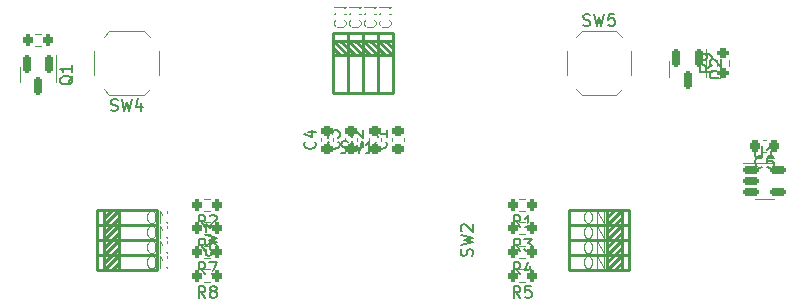
<source format=gbr>
%TF.GenerationSoftware,KiCad,Pcbnew,8.0.3*%
%TF.CreationDate,2025-07-14T16:25:52+02:00*%
%TF.ProjectId,Cmes,436d6573-2e6b-4696-9361-645f70636258,rev?*%
%TF.SameCoordinates,Original*%
%TF.FileFunction,Legend,Top*%
%TF.FilePolarity,Positive*%
%FSLAX46Y46*%
G04 Gerber Fmt 4.6, Leading zero omitted, Abs format (unit mm)*
G04 Created by KiCad (PCBNEW 8.0.3) date 2025-07-14 16:25:52*
%MOMM*%
%LPD*%
G01*
G04 APERTURE LIST*
G04 Aperture macros list*
%AMRoundRect*
0 Rectangle with rounded corners*
0 $1 Rounding radius*
0 $2 $3 $4 $5 $6 $7 $8 $9 X,Y pos of 4 corners*
0 Add a 4 corners polygon primitive as box body*
4,1,4,$2,$3,$4,$5,$6,$7,$8,$9,$2,$3,0*
0 Add four circle primitives for the rounded corners*
1,1,$1+$1,$2,$3*
1,1,$1+$1,$4,$5*
1,1,$1+$1,$6,$7*
1,1,$1+$1,$8,$9*
0 Add four rect primitives between the rounded corners*
20,1,$1+$1,$2,$3,$4,$5,0*
20,1,$1+$1,$4,$5,$6,$7,0*
20,1,$1+$1,$6,$7,$8,$9,0*
20,1,$1+$1,$8,$9,$2,$3,0*%
G04 Aperture macros list end*
%ADD10C,0.150000*%
%ADD11C,0.080000*%
%ADD12C,0.120000*%
%ADD13C,0.250000*%
%ADD14R,1.800000X1.100000*%
%ADD15RoundRect,0.200000X0.200000X0.275000X-0.200000X0.275000X-0.200000X-0.275000X0.200000X-0.275000X0*%
%ADD16RoundRect,0.150000X-0.512500X-0.150000X0.512500X-0.150000X0.512500X0.150000X-0.512500X0.150000X0*%
%ADD17RoundRect,0.225000X0.250000X-0.225000X0.250000X0.225000X-0.250000X0.225000X-0.250000X-0.225000X0*%
%ADD18R,1.500000X0.760000*%
%ADD19RoundRect,0.225000X0.225000X0.250000X-0.225000X0.250000X-0.225000X-0.250000X0.225000X-0.250000X0*%
%ADD20RoundRect,0.200000X0.275000X-0.200000X0.275000X0.200000X-0.275000X0.200000X-0.275000X-0.200000X0*%
%ADD21R,0.760000X1.500000*%
%ADD22RoundRect,0.150000X-0.150000X0.587500X-0.150000X-0.587500X0.150000X-0.587500X0.150000X0.587500X0*%
%ADD23R,1.700000X1.700000*%
%ADD24O,1.700000X1.700000*%
G04 APERTURE END LIST*
D10*
X103666667Y-81007200D02*
X103809524Y-81054819D01*
X103809524Y-81054819D02*
X104047619Y-81054819D01*
X104047619Y-81054819D02*
X104142857Y-81007200D01*
X104142857Y-81007200D02*
X104190476Y-80959580D01*
X104190476Y-80959580D02*
X104238095Y-80864342D01*
X104238095Y-80864342D02*
X104238095Y-80769104D01*
X104238095Y-80769104D02*
X104190476Y-80673866D01*
X104190476Y-80673866D02*
X104142857Y-80626247D01*
X104142857Y-80626247D02*
X104047619Y-80578628D01*
X104047619Y-80578628D02*
X103857143Y-80531009D01*
X103857143Y-80531009D02*
X103761905Y-80483390D01*
X103761905Y-80483390D02*
X103714286Y-80435771D01*
X103714286Y-80435771D02*
X103666667Y-80340533D01*
X103666667Y-80340533D02*
X103666667Y-80245295D01*
X103666667Y-80245295D02*
X103714286Y-80150057D01*
X103714286Y-80150057D02*
X103761905Y-80102438D01*
X103761905Y-80102438D02*
X103857143Y-80054819D01*
X103857143Y-80054819D02*
X104095238Y-80054819D01*
X104095238Y-80054819D02*
X104238095Y-80102438D01*
X104571429Y-80054819D02*
X104809524Y-81054819D01*
X104809524Y-81054819D02*
X105000000Y-80340533D01*
X105000000Y-80340533D02*
X105190476Y-81054819D01*
X105190476Y-81054819D02*
X105428572Y-80054819D01*
X106238095Y-80388152D02*
X106238095Y-81054819D01*
X106000000Y-80007200D02*
X105761905Y-80721485D01*
X105761905Y-80721485D02*
X106380952Y-80721485D01*
X138333333Y-92884819D02*
X138000000Y-92408628D01*
X137761905Y-92884819D02*
X137761905Y-91884819D01*
X137761905Y-91884819D02*
X138142857Y-91884819D01*
X138142857Y-91884819D02*
X138238095Y-91932438D01*
X138238095Y-91932438D02*
X138285714Y-91980057D01*
X138285714Y-91980057D02*
X138333333Y-92075295D01*
X138333333Y-92075295D02*
X138333333Y-92218152D01*
X138333333Y-92218152D02*
X138285714Y-92313390D01*
X138285714Y-92313390D02*
X138238095Y-92361009D01*
X138238095Y-92361009D02*
X138142857Y-92408628D01*
X138142857Y-92408628D02*
X137761905Y-92408628D01*
X138666667Y-91884819D02*
X139285714Y-91884819D01*
X139285714Y-91884819D02*
X138952381Y-92265771D01*
X138952381Y-92265771D02*
X139095238Y-92265771D01*
X139095238Y-92265771D02*
X139190476Y-92313390D01*
X139190476Y-92313390D02*
X139238095Y-92361009D01*
X139238095Y-92361009D02*
X139285714Y-92456247D01*
X139285714Y-92456247D02*
X139285714Y-92694342D01*
X139285714Y-92694342D02*
X139238095Y-92789580D01*
X139238095Y-92789580D02*
X139190476Y-92837200D01*
X139190476Y-92837200D02*
X139095238Y-92884819D01*
X139095238Y-92884819D02*
X138809524Y-92884819D01*
X138809524Y-92884819D02*
X138714286Y-92837200D01*
X138714286Y-92837200D02*
X138666667Y-92789580D01*
X138333333Y-94884819D02*
X138000000Y-94408628D01*
X137761905Y-94884819D02*
X137761905Y-93884819D01*
X137761905Y-93884819D02*
X138142857Y-93884819D01*
X138142857Y-93884819D02*
X138238095Y-93932438D01*
X138238095Y-93932438D02*
X138285714Y-93980057D01*
X138285714Y-93980057D02*
X138333333Y-94075295D01*
X138333333Y-94075295D02*
X138333333Y-94218152D01*
X138333333Y-94218152D02*
X138285714Y-94313390D01*
X138285714Y-94313390D02*
X138238095Y-94361009D01*
X138238095Y-94361009D02*
X138142857Y-94408628D01*
X138142857Y-94408628D02*
X137761905Y-94408628D01*
X139190476Y-94218152D02*
X139190476Y-94884819D01*
X138952381Y-93837200D02*
X138714286Y-94551485D01*
X138714286Y-94551485D02*
X139333333Y-94551485D01*
X158238095Y-84054819D02*
X158238095Y-84864342D01*
X158238095Y-84864342D02*
X158285714Y-84959580D01*
X158285714Y-84959580D02*
X158333333Y-85007200D01*
X158333333Y-85007200D02*
X158428571Y-85054819D01*
X158428571Y-85054819D02*
X158619047Y-85054819D01*
X158619047Y-85054819D02*
X158714285Y-85007200D01*
X158714285Y-85007200D02*
X158761904Y-84959580D01*
X158761904Y-84959580D02*
X158809523Y-84864342D01*
X158809523Y-84864342D02*
X158809523Y-84054819D01*
X159809523Y-85054819D02*
X159238095Y-85054819D01*
X159523809Y-85054819D02*
X159523809Y-84054819D01*
X159523809Y-84054819D02*
X159428571Y-84197676D01*
X159428571Y-84197676D02*
X159333333Y-84292914D01*
X159333333Y-84292914D02*
X159238095Y-84340533D01*
X120929580Y-83666666D02*
X120977200Y-83714285D01*
X120977200Y-83714285D02*
X121024819Y-83857142D01*
X121024819Y-83857142D02*
X121024819Y-83952380D01*
X121024819Y-83952380D02*
X120977200Y-84095237D01*
X120977200Y-84095237D02*
X120881961Y-84190475D01*
X120881961Y-84190475D02*
X120786723Y-84238094D01*
X120786723Y-84238094D02*
X120596247Y-84285713D01*
X120596247Y-84285713D02*
X120453390Y-84285713D01*
X120453390Y-84285713D02*
X120262914Y-84238094D01*
X120262914Y-84238094D02*
X120167676Y-84190475D01*
X120167676Y-84190475D02*
X120072438Y-84095237D01*
X120072438Y-84095237D02*
X120024819Y-83952380D01*
X120024819Y-83952380D02*
X120024819Y-83857142D01*
X120024819Y-83857142D02*
X120072438Y-83714285D01*
X120072438Y-83714285D02*
X120120057Y-83666666D01*
X120358152Y-82809523D02*
X121024819Y-82809523D01*
X119977200Y-83047618D02*
X120691485Y-83285713D01*
X120691485Y-83285713D02*
X120691485Y-82666666D01*
X111658333Y-94884819D02*
X111325000Y-94408628D01*
X111086905Y-94884819D02*
X111086905Y-93884819D01*
X111086905Y-93884819D02*
X111467857Y-93884819D01*
X111467857Y-93884819D02*
X111563095Y-93932438D01*
X111563095Y-93932438D02*
X111610714Y-93980057D01*
X111610714Y-93980057D02*
X111658333Y-94075295D01*
X111658333Y-94075295D02*
X111658333Y-94218152D01*
X111658333Y-94218152D02*
X111610714Y-94313390D01*
X111610714Y-94313390D02*
X111563095Y-94361009D01*
X111563095Y-94361009D02*
X111467857Y-94408628D01*
X111467857Y-94408628D02*
X111086905Y-94408628D01*
X111991667Y-93884819D02*
X112658333Y-93884819D01*
X112658333Y-93884819D02*
X112229762Y-94884819D01*
X122929580Y-83666666D02*
X122977200Y-83714285D01*
X122977200Y-83714285D02*
X123024819Y-83857142D01*
X123024819Y-83857142D02*
X123024819Y-83952380D01*
X123024819Y-83952380D02*
X122977200Y-84095237D01*
X122977200Y-84095237D02*
X122881961Y-84190475D01*
X122881961Y-84190475D02*
X122786723Y-84238094D01*
X122786723Y-84238094D02*
X122596247Y-84285713D01*
X122596247Y-84285713D02*
X122453390Y-84285713D01*
X122453390Y-84285713D02*
X122262914Y-84238094D01*
X122262914Y-84238094D02*
X122167676Y-84190475D01*
X122167676Y-84190475D02*
X122072438Y-84095237D01*
X122072438Y-84095237D02*
X122024819Y-83952380D01*
X122024819Y-83952380D02*
X122024819Y-83857142D01*
X122024819Y-83857142D02*
X122072438Y-83714285D01*
X122072438Y-83714285D02*
X122120057Y-83666666D01*
X122024819Y-83333332D02*
X122024819Y-82714285D01*
X122024819Y-82714285D02*
X122405771Y-83047618D01*
X122405771Y-83047618D02*
X122405771Y-82904761D01*
X122405771Y-82904761D02*
X122453390Y-82809523D01*
X122453390Y-82809523D02*
X122501009Y-82761904D01*
X122501009Y-82761904D02*
X122596247Y-82714285D01*
X122596247Y-82714285D02*
X122834342Y-82714285D01*
X122834342Y-82714285D02*
X122929580Y-82761904D01*
X122929580Y-82761904D02*
X122977200Y-82809523D01*
X122977200Y-82809523D02*
X123024819Y-82904761D01*
X123024819Y-82904761D02*
X123024819Y-83190475D01*
X123024819Y-83190475D02*
X122977200Y-83285713D01*
X122977200Y-83285713D02*
X122929580Y-83333332D01*
X112642200Y-93333332D02*
X112689819Y-93190475D01*
X112689819Y-93190475D02*
X112689819Y-92952380D01*
X112689819Y-92952380D02*
X112642200Y-92857142D01*
X112642200Y-92857142D02*
X112594580Y-92809523D01*
X112594580Y-92809523D02*
X112499342Y-92761904D01*
X112499342Y-92761904D02*
X112404104Y-92761904D01*
X112404104Y-92761904D02*
X112308866Y-92809523D01*
X112308866Y-92809523D02*
X112261247Y-92857142D01*
X112261247Y-92857142D02*
X112213628Y-92952380D01*
X112213628Y-92952380D02*
X112166009Y-93142856D01*
X112166009Y-93142856D02*
X112118390Y-93238094D01*
X112118390Y-93238094D02*
X112070771Y-93285713D01*
X112070771Y-93285713D02*
X111975533Y-93333332D01*
X111975533Y-93333332D02*
X111880295Y-93333332D01*
X111880295Y-93333332D02*
X111785057Y-93285713D01*
X111785057Y-93285713D02*
X111737438Y-93238094D01*
X111737438Y-93238094D02*
X111689819Y-93142856D01*
X111689819Y-93142856D02*
X111689819Y-92904761D01*
X111689819Y-92904761D02*
X111737438Y-92761904D01*
X111689819Y-92428570D02*
X112689819Y-92190475D01*
X112689819Y-92190475D02*
X111975533Y-91999999D01*
X111975533Y-91999999D02*
X112689819Y-91809523D01*
X112689819Y-91809523D02*
X111689819Y-91571428D01*
X111689819Y-91285713D02*
X111689819Y-90666666D01*
X111689819Y-90666666D02*
X112070771Y-90999999D01*
X112070771Y-90999999D02*
X112070771Y-90857142D01*
X112070771Y-90857142D02*
X112118390Y-90761904D01*
X112118390Y-90761904D02*
X112166009Y-90714285D01*
X112166009Y-90714285D02*
X112261247Y-90666666D01*
X112261247Y-90666666D02*
X112499342Y-90666666D01*
X112499342Y-90666666D02*
X112594580Y-90714285D01*
X112594580Y-90714285D02*
X112642200Y-90761904D01*
X112642200Y-90761904D02*
X112689819Y-90857142D01*
X112689819Y-90857142D02*
X112689819Y-91142856D01*
X112689819Y-91142856D02*
X112642200Y-91238094D01*
X112642200Y-91238094D02*
X112594580Y-91285713D01*
D11*
X107001202Y-92088459D02*
X107191678Y-92088459D01*
X107191678Y-92088459D02*
X107286916Y-92136078D01*
X107286916Y-92136078D02*
X107382154Y-92231316D01*
X107382154Y-92231316D02*
X107429773Y-92421792D01*
X107429773Y-92421792D02*
X107429773Y-92755125D01*
X107429773Y-92755125D02*
X107382154Y-92945601D01*
X107382154Y-92945601D02*
X107286916Y-93040840D01*
X107286916Y-93040840D02*
X107191678Y-93088459D01*
X107191678Y-93088459D02*
X107001202Y-93088459D01*
X107001202Y-93088459D02*
X106905964Y-93040840D01*
X106905964Y-93040840D02*
X106810726Y-92945601D01*
X106810726Y-92945601D02*
X106763107Y-92755125D01*
X106763107Y-92755125D02*
X106763107Y-92421792D01*
X106763107Y-92421792D02*
X106810726Y-92231316D01*
X106810726Y-92231316D02*
X106905964Y-92136078D01*
X106905964Y-92136078D02*
X107001202Y-92088459D01*
X107858345Y-93088459D02*
X107858345Y-92088459D01*
X107858345Y-92088459D02*
X108429773Y-93088459D01*
X108429773Y-93088459D02*
X108429773Y-92088459D01*
X107001202Y-90818459D02*
X107191678Y-90818459D01*
X107191678Y-90818459D02*
X107286916Y-90866078D01*
X107286916Y-90866078D02*
X107382154Y-90961316D01*
X107382154Y-90961316D02*
X107429773Y-91151792D01*
X107429773Y-91151792D02*
X107429773Y-91485125D01*
X107429773Y-91485125D02*
X107382154Y-91675601D01*
X107382154Y-91675601D02*
X107286916Y-91770840D01*
X107286916Y-91770840D02*
X107191678Y-91818459D01*
X107191678Y-91818459D02*
X107001202Y-91818459D01*
X107001202Y-91818459D02*
X106905964Y-91770840D01*
X106905964Y-91770840D02*
X106810726Y-91675601D01*
X106810726Y-91675601D02*
X106763107Y-91485125D01*
X106763107Y-91485125D02*
X106763107Y-91151792D01*
X106763107Y-91151792D02*
X106810726Y-90961316D01*
X106810726Y-90961316D02*
X106905964Y-90866078D01*
X106905964Y-90866078D02*
X107001202Y-90818459D01*
X107858345Y-91818459D02*
X107858345Y-90818459D01*
X107858345Y-90818459D02*
X108429773Y-91818459D01*
X108429773Y-91818459D02*
X108429773Y-90818459D01*
X107001202Y-89548459D02*
X107191678Y-89548459D01*
X107191678Y-89548459D02*
X107286916Y-89596078D01*
X107286916Y-89596078D02*
X107382154Y-89691316D01*
X107382154Y-89691316D02*
X107429773Y-89881792D01*
X107429773Y-89881792D02*
X107429773Y-90215125D01*
X107429773Y-90215125D02*
X107382154Y-90405601D01*
X107382154Y-90405601D02*
X107286916Y-90500840D01*
X107286916Y-90500840D02*
X107191678Y-90548459D01*
X107191678Y-90548459D02*
X107001202Y-90548459D01*
X107001202Y-90548459D02*
X106905964Y-90500840D01*
X106905964Y-90500840D02*
X106810726Y-90405601D01*
X106810726Y-90405601D02*
X106763107Y-90215125D01*
X106763107Y-90215125D02*
X106763107Y-89881792D01*
X106763107Y-89881792D02*
X106810726Y-89691316D01*
X106810726Y-89691316D02*
X106905964Y-89596078D01*
X106905964Y-89596078D02*
X107001202Y-89548459D01*
X107858345Y-90548459D02*
X107858345Y-89548459D01*
X107858345Y-89548459D02*
X108429773Y-90548459D01*
X108429773Y-90548459D02*
X108429773Y-89548459D01*
X107001202Y-93368459D02*
X107191678Y-93368459D01*
X107191678Y-93368459D02*
X107286916Y-93416078D01*
X107286916Y-93416078D02*
X107382154Y-93511316D01*
X107382154Y-93511316D02*
X107429773Y-93701792D01*
X107429773Y-93701792D02*
X107429773Y-94035125D01*
X107429773Y-94035125D02*
X107382154Y-94225601D01*
X107382154Y-94225601D02*
X107286916Y-94320840D01*
X107286916Y-94320840D02*
X107191678Y-94368459D01*
X107191678Y-94368459D02*
X107001202Y-94368459D01*
X107001202Y-94368459D02*
X106905964Y-94320840D01*
X106905964Y-94320840D02*
X106810726Y-94225601D01*
X106810726Y-94225601D02*
X106763107Y-94035125D01*
X106763107Y-94035125D02*
X106763107Y-93701792D01*
X106763107Y-93701792D02*
X106810726Y-93511316D01*
X106810726Y-93511316D02*
X106905964Y-93416078D01*
X106905964Y-93416078D02*
X107001202Y-93368459D01*
X107858345Y-94368459D02*
X107858345Y-93368459D01*
X107858345Y-93368459D02*
X108429773Y-94368459D01*
X108429773Y-94368459D02*
X108429773Y-93368459D01*
D10*
X158833333Y-85789580D02*
X158785714Y-85837200D01*
X158785714Y-85837200D02*
X158642857Y-85884819D01*
X158642857Y-85884819D02*
X158547619Y-85884819D01*
X158547619Y-85884819D02*
X158404762Y-85837200D01*
X158404762Y-85837200D02*
X158309524Y-85741961D01*
X158309524Y-85741961D02*
X158261905Y-85646723D01*
X158261905Y-85646723D02*
X158214286Y-85456247D01*
X158214286Y-85456247D02*
X158214286Y-85313390D01*
X158214286Y-85313390D02*
X158261905Y-85122914D01*
X158261905Y-85122914D02*
X158309524Y-85027676D01*
X158309524Y-85027676D02*
X158404762Y-84932438D01*
X158404762Y-84932438D02*
X158547619Y-84884819D01*
X158547619Y-84884819D02*
X158642857Y-84884819D01*
X158642857Y-84884819D02*
X158785714Y-84932438D01*
X158785714Y-84932438D02*
X158833333Y-84980057D01*
X159738095Y-84884819D02*
X159261905Y-84884819D01*
X159261905Y-84884819D02*
X159214286Y-85361009D01*
X159214286Y-85361009D02*
X159261905Y-85313390D01*
X159261905Y-85313390D02*
X159357143Y-85265771D01*
X159357143Y-85265771D02*
X159595238Y-85265771D01*
X159595238Y-85265771D02*
X159690476Y-85313390D01*
X159690476Y-85313390D02*
X159738095Y-85361009D01*
X159738095Y-85361009D02*
X159785714Y-85456247D01*
X159785714Y-85456247D02*
X159785714Y-85694342D01*
X159785714Y-85694342D02*
X159738095Y-85789580D01*
X159738095Y-85789580D02*
X159690476Y-85837200D01*
X159690476Y-85837200D02*
X159595238Y-85884819D01*
X159595238Y-85884819D02*
X159357143Y-85884819D01*
X159357143Y-85884819D02*
X159261905Y-85837200D01*
X159261905Y-85837200D02*
X159214286Y-85789580D01*
X154524819Y-77166666D02*
X154048628Y-77499999D01*
X154524819Y-77738094D02*
X153524819Y-77738094D01*
X153524819Y-77738094D02*
X153524819Y-77357142D01*
X153524819Y-77357142D02*
X153572438Y-77261904D01*
X153572438Y-77261904D02*
X153620057Y-77214285D01*
X153620057Y-77214285D02*
X153715295Y-77166666D01*
X153715295Y-77166666D02*
X153858152Y-77166666D01*
X153858152Y-77166666D02*
X153953390Y-77214285D01*
X153953390Y-77214285D02*
X154001009Y-77261904D01*
X154001009Y-77261904D02*
X154048628Y-77357142D01*
X154048628Y-77357142D02*
X154048628Y-77738094D01*
X154524819Y-76690475D02*
X154524819Y-76499999D01*
X154524819Y-76499999D02*
X154477200Y-76404761D01*
X154477200Y-76404761D02*
X154429580Y-76357142D01*
X154429580Y-76357142D02*
X154286723Y-76261904D01*
X154286723Y-76261904D02*
X154096247Y-76214285D01*
X154096247Y-76214285D02*
X153715295Y-76214285D01*
X153715295Y-76214285D02*
X153620057Y-76261904D01*
X153620057Y-76261904D02*
X153572438Y-76309523D01*
X153572438Y-76309523D02*
X153524819Y-76404761D01*
X153524819Y-76404761D02*
X153524819Y-76595237D01*
X153524819Y-76595237D02*
X153572438Y-76690475D01*
X153572438Y-76690475D02*
X153620057Y-76738094D01*
X153620057Y-76738094D02*
X153715295Y-76785713D01*
X153715295Y-76785713D02*
X153953390Y-76785713D01*
X153953390Y-76785713D02*
X154048628Y-76738094D01*
X154048628Y-76738094D02*
X154096247Y-76690475D01*
X154096247Y-76690475D02*
X154143866Y-76595237D01*
X154143866Y-76595237D02*
X154143866Y-76404761D01*
X154143866Y-76404761D02*
X154096247Y-76309523D01*
X154096247Y-76309523D02*
X154048628Y-76261904D01*
X154048628Y-76261904D02*
X153953390Y-76214285D01*
X126929580Y-83666666D02*
X126977200Y-83714285D01*
X126977200Y-83714285D02*
X127024819Y-83857142D01*
X127024819Y-83857142D02*
X127024819Y-83952380D01*
X127024819Y-83952380D02*
X126977200Y-84095237D01*
X126977200Y-84095237D02*
X126881961Y-84190475D01*
X126881961Y-84190475D02*
X126786723Y-84238094D01*
X126786723Y-84238094D02*
X126596247Y-84285713D01*
X126596247Y-84285713D02*
X126453390Y-84285713D01*
X126453390Y-84285713D02*
X126262914Y-84238094D01*
X126262914Y-84238094D02*
X126167676Y-84190475D01*
X126167676Y-84190475D02*
X126072438Y-84095237D01*
X126072438Y-84095237D02*
X126024819Y-83952380D01*
X126024819Y-83952380D02*
X126024819Y-83857142D01*
X126024819Y-83857142D02*
X126072438Y-83714285D01*
X126072438Y-83714285D02*
X126120057Y-83666666D01*
X127024819Y-82714285D02*
X127024819Y-83285713D01*
X127024819Y-82999999D02*
X126024819Y-82999999D01*
X126024819Y-82999999D02*
X126167676Y-83095237D01*
X126167676Y-83095237D02*
X126262914Y-83190475D01*
X126262914Y-83190475D02*
X126310533Y-83285713D01*
X111658333Y-90884819D02*
X111325000Y-90408628D01*
X111086905Y-90884819D02*
X111086905Y-89884819D01*
X111086905Y-89884819D02*
X111467857Y-89884819D01*
X111467857Y-89884819D02*
X111563095Y-89932438D01*
X111563095Y-89932438D02*
X111610714Y-89980057D01*
X111610714Y-89980057D02*
X111658333Y-90075295D01*
X111658333Y-90075295D02*
X111658333Y-90218152D01*
X111658333Y-90218152D02*
X111610714Y-90313390D01*
X111610714Y-90313390D02*
X111563095Y-90361009D01*
X111563095Y-90361009D02*
X111467857Y-90408628D01*
X111467857Y-90408628D02*
X111086905Y-90408628D01*
X112039286Y-89980057D02*
X112086905Y-89932438D01*
X112086905Y-89932438D02*
X112182143Y-89884819D01*
X112182143Y-89884819D02*
X112420238Y-89884819D01*
X112420238Y-89884819D02*
X112515476Y-89932438D01*
X112515476Y-89932438D02*
X112563095Y-89980057D01*
X112563095Y-89980057D02*
X112610714Y-90075295D01*
X112610714Y-90075295D02*
X112610714Y-90170533D01*
X112610714Y-90170533D02*
X112563095Y-90313390D01*
X112563095Y-90313390D02*
X111991667Y-90884819D01*
X111991667Y-90884819D02*
X112610714Y-90884819D01*
X138333333Y-96884819D02*
X138000000Y-96408628D01*
X137761905Y-96884819D02*
X137761905Y-95884819D01*
X137761905Y-95884819D02*
X138142857Y-95884819D01*
X138142857Y-95884819D02*
X138238095Y-95932438D01*
X138238095Y-95932438D02*
X138285714Y-95980057D01*
X138285714Y-95980057D02*
X138333333Y-96075295D01*
X138333333Y-96075295D02*
X138333333Y-96218152D01*
X138333333Y-96218152D02*
X138285714Y-96313390D01*
X138285714Y-96313390D02*
X138238095Y-96361009D01*
X138238095Y-96361009D02*
X138142857Y-96408628D01*
X138142857Y-96408628D02*
X137761905Y-96408628D01*
X139238095Y-95884819D02*
X138761905Y-95884819D01*
X138761905Y-95884819D02*
X138714286Y-96361009D01*
X138714286Y-96361009D02*
X138761905Y-96313390D01*
X138761905Y-96313390D02*
X138857143Y-96265771D01*
X138857143Y-96265771D02*
X139095238Y-96265771D01*
X139095238Y-96265771D02*
X139190476Y-96313390D01*
X139190476Y-96313390D02*
X139238095Y-96361009D01*
X139238095Y-96361009D02*
X139285714Y-96456247D01*
X139285714Y-96456247D02*
X139285714Y-96694342D01*
X139285714Y-96694342D02*
X139238095Y-96789580D01*
X139238095Y-96789580D02*
X139190476Y-96837200D01*
X139190476Y-96837200D02*
X139095238Y-96884819D01*
X139095238Y-96884819D02*
X138857143Y-96884819D01*
X138857143Y-96884819D02*
X138761905Y-96837200D01*
X138761905Y-96837200D02*
X138714286Y-96789580D01*
X123166667Y-84597200D02*
X123309524Y-84644819D01*
X123309524Y-84644819D02*
X123547619Y-84644819D01*
X123547619Y-84644819D02*
X123642857Y-84597200D01*
X123642857Y-84597200D02*
X123690476Y-84549580D01*
X123690476Y-84549580D02*
X123738095Y-84454342D01*
X123738095Y-84454342D02*
X123738095Y-84359104D01*
X123738095Y-84359104D02*
X123690476Y-84263866D01*
X123690476Y-84263866D02*
X123642857Y-84216247D01*
X123642857Y-84216247D02*
X123547619Y-84168628D01*
X123547619Y-84168628D02*
X123357143Y-84121009D01*
X123357143Y-84121009D02*
X123261905Y-84073390D01*
X123261905Y-84073390D02*
X123214286Y-84025771D01*
X123214286Y-84025771D02*
X123166667Y-83930533D01*
X123166667Y-83930533D02*
X123166667Y-83835295D01*
X123166667Y-83835295D02*
X123214286Y-83740057D01*
X123214286Y-83740057D02*
X123261905Y-83692438D01*
X123261905Y-83692438D02*
X123357143Y-83644819D01*
X123357143Y-83644819D02*
X123595238Y-83644819D01*
X123595238Y-83644819D02*
X123738095Y-83692438D01*
X124071429Y-83644819D02*
X124309524Y-84644819D01*
X124309524Y-84644819D02*
X124500000Y-83930533D01*
X124500000Y-83930533D02*
X124690476Y-84644819D01*
X124690476Y-84644819D02*
X124928572Y-83644819D01*
X125833333Y-84644819D02*
X125261905Y-84644819D01*
X125547619Y-84644819D02*
X125547619Y-83644819D01*
X125547619Y-83644819D02*
X125452381Y-83787676D01*
X125452381Y-83787676D02*
X125357143Y-83882914D01*
X125357143Y-83882914D02*
X125261905Y-83930533D01*
D11*
X125088459Y-73718797D02*
X125088459Y-73528321D01*
X125088459Y-73528321D02*
X125136078Y-73433083D01*
X125136078Y-73433083D02*
X125231316Y-73337845D01*
X125231316Y-73337845D02*
X125421792Y-73290226D01*
X125421792Y-73290226D02*
X125755125Y-73290226D01*
X125755125Y-73290226D02*
X125945601Y-73337845D01*
X125945601Y-73337845D02*
X126040840Y-73433083D01*
X126040840Y-73433083D02*
X126088459Y-73528321D01*
X126088459Y-73528321D02*
X126088459Y-73718797D01*
X126088459Y-73718797D02*
X126040840Y-73814035D01*
X126040840Y-73814035D02*
X125945601Y-73909273D01*
X125945601Y-73909273D02*
X125755125Y-73956892D01*
X125755125Y-73956892D02*
X125421792Y-73956892D01*
X125421792Y-73956892D02*
X125231316Y-73909273D01*
X125231316Y-73909273D02*
X125136078Y-73814035D01*
X125136078Y-73814035D02*
X125088459Y-73718797D01*
X126088459Y-72861654D02*
X125088459Y-72861654D01*
X125088459Y-72861654D02*
X126088459Y-72290226D01*
X126088459Y-72290226D02*
X125088459Y-72290226D01*
X122548459Y-73718797D02*
X122548459Y-73528321D01*
X122548459Y-73528321D02*
X122596078Y-73433083D01*
X122596078Y-73433083D02*
X122691316Y-73337845D01*
X122691316Y-73337845D02*
X122881792Y-73290226D01*
X122881792Y-73290226D02*
X123215125Y-73290226D01*
X123215125Y-73290226D02*
X123405601Y-73337845D01*
X123405601Y-73337845D02*
X123500840Y-73433083D01*
X123500840Y-73433083D02*
X123548459Y-73528321D01*
X123548459Y-73528321D02*
X123548459Y-73718797D01*
X123548459Y-73718797D02*
X123500840Y-73814035D01*
X123500840Y-73814035D02*
X123405601Y-73909273D01*
X123405601Y-73909273D02*
X123215125Y-73956892D01*
X123215125Y-73956892D02*
X122881792Y-73956892D01*
X122881792Y-73956892D02*
X122691316Y-73909273D01*
X122691316Y-73909273D02*
X122596078Y-73814035D01*
X122596078Y-73814035D02*
X122548459Y-73718797D01*
X123548459Y-72861654D02*
X122548459Y-72861654D01*
X122548459Y-72861654D02*
X123548459Y-72290226D01*
X123548459Y-72290226D02*
X122548459Y-72290226D01*
X126368459Y-73718797D02*
X126368459Y-73528321D01*
X126368459Y-73528321D02*
X126416078Y-73433083D01*
X126416078Y-73433083D02*
X126511316Y-73337845D01*
X126511316Y-73337845D02*
X126701792Y-73290226D01*
X126701792Y-73290226D02*
X127035125Y-73290226D01*
X127035125Y-73290226D02*
X127225601Y-73337845D01*
X127225601Y-73337845D02*
X127320840Y-73433083D01*
X127320840Y-73433083D02*
X127368459Y-73528321D01*
X127368459Y-73528321D02*
X127368459Y-73718797D01*
X127368459Y-73718797D02*
X127320840Y-73814035D01*
X127320840Y-73814035D02*
X127225601Y-73909273D01*
X127225601Y-73909273D02*
X127035125Y-73956892D01*
X127035125Y-73956892D02*
X126701792Y-73956892D01*
X126701792Y-73956892D02*
X126511316Y-73909273D01*
X126511316Y-73909273D02*
X126416078Y-73814035D01*
X126416078Y-73814035D02*
X126368459Y-73718797D01*
X127368459Y-72861654D02*
X126368459Y-72861654D01*
X126368459Y-72861654D02*
X127368459Y-72290226D01*
X127368459Y-72290226D02*
X126368459Y-72290226D01*
X123818459Y-73718797D02*
X123818459Y-73528321D01*
X123818459Y-73528321D02*
X123866078Y-73433083D01*
X123866078Y-73433083D02*
X123961316Y-73337845D01*
X123961316Y-73337845D02*
X124151792Y-73290226D01*
X124151792Y-73290226D02*
X124485125Y-73290226D01*
X124485125Y-73290226D02*
X124675601Y-73337845D01*
X124675601Y-73337845D02*
X124770840Y-73433083D01*
X124770840Y-73433083D02*
X124818459Y-73528321D01*
X124818459Y-73528321D02*
X124818459Y-73718797D01*
X124818459Y-73718797D02*
X124770840Y-73814035D01*
X124770840Y-73814035D02*
X124675601Y-73909273D01*
X124675601Y-73909273D02*
X124485125Y-73956892D01*
X124485125Y-73956892D02*
X124151792Y-73956892D01*
X124151792Y-73956892D02*
X123961316Y-73909273D01*
X123961316Y-73909273D02*
X123866078Y-73814035D01*
X123866078Y-73814035D02*
X123818459Y-73718797D01*
X124818459Y-72861654D02*
X123818459Y-72861654D01*
X123818459Y-72861654D02*
X124818459Y-72290226D01*
X124818459Y-72290226D02*
X123818459Y-72290226D01*
D10*
X138333333Y-90884819D02*
X138000000Y-90408628D01*
X137761905Y-90884819D02*
X137761905Y-89884819D01*
X137761905Y-89884819D02*
X138142857Y-89884819D01*
X138142857Y-89884819D02*
X138238095Y-89932438D01*
X138238095Y-89932438D02*
X138285714Y-89980057D01*
X138285714Y-89980057D02*
X138333333Y-90075295D01*
X138333333Y-90075295D02*
X138333333Y-90218152D01*
X138333333Y-90218152D02*
X138285714Y-90313390D01*
X138285714Y-90313390D02*
X138238095Y-90361009D01*
X138238095Y-90361009D02*
X138142857Y-90408628D01*
X138142857Y-90408628D02*
X137761905Y-90408628D01*
X139285714Y-90884819D02*
X138714286Y-90884819D01*
X139000000Y-90884819D02*
X139000000Y-89884819D01*
X139000000Y-89884819D02*
X138904762Y-90027676D01*
X138904762Y-90027676D02*
X138809524Y-90122914D01*
X138809524Y-90122914D02*
X138714286Y-90170533D01*
X134257200Y-93333332D02*
X134304819Y-93190475D01*
X134304819Y-93190475D02*
X134304819Y-92952380D01*
X134304819Y-92952380D02*
X134257200Y-92857142D01*
X134257200Y-92857142D02*
X134209580Y-92809523D01*
X134209580Y-92809523D02*
X134114342Y-92761904D01*
X134114342Y-92761904D02*
X134019104Y-92761904D01*
X134019104Y-92761904D02*
X133923866Y-92809523D01*
X133923866Y-92809523D02*
X133876247Y-92857142D01*
X133876247Y-92857142D02*
X133828628Y-92952380D01*
X133828628Y-92952380D02*
X133781009Y-93142856D01*
X133781009Y-93142856D02*
X133733390Y-93238094D01*
X133733390Y-93238094D02*
X133685771Y-93285713D01*
X133685771Y-93285713D02*
X133590533Y-93333332D01*
X133590533Y-93333332D02*
X133495295Y-93333332D01*
X133495295Y-93333332D02*
X133400057Y-93285713D01*
X133400057Y-93285713D02*
X133352438Y-93238094D01*
X133352438Y-93238094D02*
X133304819Y-93142856D01*
X133304819Y-93142856D02*
X133304819Y-92904761D01*
X133304819Y-92904761D02*
X133352438Y-92761904D01*
X133304819Y-92428570D02*
X134304819Y-92190475D01*
X134304819Y-92190475D02*
X133590533Y-91999999D01*
X133590533Y-91999999D02*
X134304819Y-91809523D01*
X134304819Y-91809523D02*
X133304819Y-91571428D01*
X133400057Y-91238094D02*
X133352438Y-91190475D01*
X133352438Y-91190475D02*
X133304819Y-91095237D01*
X133304819Y-91095237D02*
X133304819Y-90857142D01*
X133304819Y-90857142D02*
X133352438Y-90761904D01*
X133352438Y-90761904D02*
X133400057Y-90714285D01*
X133400057Y-90714285D02*
X133495295Y-90666666D01*
X133495295Y-90666666D02*
X133590533Y-90666666D01*
X133590533Y-90666666D02*
X133733390Y-90714285D01*
X133733390Y-90714285D02*
X134304819Y-91285713D01*
X134304819Y-91285713D02*
X134304819Y-90666666D01*
D11*
X143961202Y-90828459D02*
X144151678Y-90828459D01*
X144151678Y-90828459D02*
X144246916Y-90876078D01*
X144246916Y-90876078D02*
X144342154Y-90971316D01*
X144342154Y-90971316D02*
X144389773Y-91161792D01*
X144389773Y-91161792D02*
X144389773Y-91495125D01*
X144389773Y-91495125D02*
X144342154Y-91685601D01*
X144342154Y-91685601D02*
X144246916Y-91780840D01*
X144246916Y-91780840D02*
X144151678Y-91828459D01*
X144151678Y-91828459D02*
X143961202Y-91828459D01*
X143961202Y-91828459D02*
X143865964Y-91780840D01*
X143865964Y-91780840D02*
X143770726Y-91685601D01*
X143770726Y-91685601D02*
X143723107Y-91495125D01*
X143723107Y-91495125D02*
X143723107Y-91161792D01*
X143723107Y-91161792D02*
X143770726Y-90971316D01*
X143770726Y-90971316D02*
X143865964Y-90876078D01*
X143865964Y-90876078D02*
X143961202Y-90828459D01*
X144818345Y-91828459D02*
X144818345Y-90828459D01*
X144818345Y-90828459D02*
X145389773Y-91828459D01*
X145389773Y-91828459D02*
X145389773Y-90828459D01*
X143961202Y-89548459D02*
X144151678Y-89548459D01*
X144151678Y-89548459D02*
X144246916Y-89596078D01*
X144246916Y-89596078D02*
X144342154Y-89691316D01*
X144342154Y-89691316D02*
X144389773Y-89881792D01*
X144389773Y-89881792D02*
X144389773Y-90215125D01*
X144389773Y-90215125D02*
X144342154Y-90405601D01*
X144342154Y-90405601D02*
X144246916Y-90500840D01*
X144246916Y-90500840D02*
X144151678Y-90548459D01*
X144151678Y-90548459D02*
X143961202Y-90548459D01*
X143961202Y-90548459D02*
X143865964Y-90500840D01*
X143865964Y-90500840D02*
X143770726Y-90405601D01*
X143770726Y-90405601D02*
X143723107Y-90215125D01*
X143723107Y-90215125D02*
X143723107Y-89881792D01*
X143723107Y-89881792D02*
X143770726Y-89691316D01*
X143770726Y-89691316D02*
X143865964Y-89596078D01*
X143865964Y-89596078D02*
X143961202Y-89548459D01*
X144818345Y-90548459D02*
X144818345Y-89548459D01*
X144818345Y-89548459D02*
X145389773Y-90548459D01*
X145389773Y-90548459D02*
X145389773Y-89548459D01*
X143961202Y-92098459D02*
X144151678Y-92098459D01*
X144151678Y-92098459D02*
X144246916Y-92146078D01*
X144246916Y-92146078D02*
X144342154Y-92241316D01*
X144342154Y-92241316D02*
X144389773Y-92431792D01*
X144389773Y-92431792D02*
X144389773Y-92765125D01*
X144389773Y-92765125D02*
X144342154Y-92955601D01*
X144342154Y-92955601D02*
X144246916Y-93050840D01*
X144246916Y-93050840D02*
X144151678Y-93098459D01*
X144151678Y-93098459D02*
X143961202Y-93098459D01*
X143961202Y-93098459D02*
X143865964Y-93050840D01*
X143865964Y-93050840D02*
X143770726Y-92955601D01*
X143770726Y-92955601D02*
X143723107Y-92765125D01*
X143723107Y-92765125D02*
X143723107Y-92431792D01*
X143723107Y-92431792D02*
X143770726Y-92241316D01*
X143770726Y-92241316D02*
X143865964Y-92146078D01*
X143865964Y-92146078D02*
X143961202Y-92098459D01*
X144818345Y-93098459D02*
X144818345Y-92098459D01*
X144818345Y-92098459D02*
X145389773Y-93098459D01*
X145389773Y-93098459D02*
X145389773Y-92098459D01*
X143961202Y-93368459D02*
X144151678Y-93368459D01*
X144151678Y-93368459D02*
X144246916Y-93416078D01*
X144246916Y-93416078D02*
X144342154Y-93511316D01*
X144342154Y-93511316D02*
X144389773Y-93701792D01*
X144389773Y-93701792D02*
X144389773Y-94035125D01*
X144389773Y-94035125D02*
X144342154Y-94225601D01*
X144342154Y-94225601D02*
X144246916Y-94320840D01*
X144246916Y-94320840D02*
X144151678Y-94368459D01*
X144151678Y-94368459D02*
X143961202Y-94368459D01*
X143961202Y-94368459D02*
X143865964Y-94320840D01*
X143865964Y-94320840D02*
X143770726Y-94225601D01*
X143770726Y-94225601D02*
X143723107Y-94035125D01*
X143723107Y-94035125D02*
X143723107Y-93701792D01*
X143723107Y-93701792D02*
X143770726Y-93511316D01*
X143770726Y-93511316D02*
X143865964Y-93416078D01*
X143865964Y-93416078D02*
X143961202Y-93368459D01*
X144818345Y-94368459D02*
X144818345Y-93368459D01*
X144818345Y-93368459D02*
X145389773Y-94368459D01*
X145389773Y-94368459D02*
X145389773Y-93368459D01*
D10*
X143666667Y-73807200D02*
X143809524Y-73854819D01*
X143809524Y-73854819D02*
X144047619Y-73854819D01*
X144047619Y-73854819D02*
X144142857Y-73807200D01*
X144142857Y-73807200D02*
X144190476Y-73759580D01*
X144190476Y-73759580D02*
X144238095Y-73664342D01*
X144238095Y-73664342D02*
X144238095Y-73569104D01*
X144238095Y-73569104D02*
X144190476Y-73473866D01*
X144190476Y-73473866D02*
X144142857Y-73426247D01*
X144142857Y-73426247D02*
X144047619Y-73378628D01*
X144047619Y-73378628D02*
X143857143Y-73331009D01*
X143857143Y-73331009D02*
X143761905Y-73283390D01*
X143761905Y-73283390D02*
X143714286Y-73235771D01*
X143714286Y-73235771D02*
X143666667Y-73140533D01*
X143666667Y-73140533D02*
X143666667Y-73045295D01*
X143666667Y-73045295D02*
X143714286Y-72950057D01*
X143714286Y-72950057D02*
X143761905Y-72902438D01*
X143761905Y-72902438D02*
X143857143Y-72854819D01*
X143857143Y-72854819D02*
X144095238Y-72854819D01*
X144095238Y-72854819D02*
X144238095Y-72902438D01*
X144571429Y-72854819D02*
X144809524Y-73854819D01*
X144809524Y-73854819D02*
X145000000Y-73140533D01*
X145000000Y-73140533D02*
X145190476Y-73854819D01*
X145190476Y-73854819D02*
X145428572Y-72854819D01*
X146285714Y-72854819D02*
X145809524Y-72854819D01*
X145809524Y-72854819D02*
X145761905Y-73331009D01*
X145761905Y-73331009D02*
X145809524Y-73283390D01*
X145809524Y-73283390D02*
X145904762Y-73235771D01*
X145904762Y-73235771D02*
X146142857Y-73235771D01*
X146142857Y-73235771D02*
X146238095Y-73283390D01*
X146238095Y-73283390D02*
X146285714Y-73331009D01*
X146285714Y-73331009D02*
X146333333Y-73426247D01*
X146333333Y-73426247D02*
X146333333Y-73664342D01*
X146333333Y-73664342D02*
X146285714Y-73759580D01*
X146285714Y-73759580D02*
X146238095Y-73807200D01*
X146238095Y-73807200D02*
X146142857Y-73854819D01*
X146142857Y-73854819D02*
X145904762Y-73854819D01*
X145904762Y-73854819D02*
X145809524Y-73807200D01*
X145809524Y-73807200D02*
X145761905Y-73759580D01*
X155450057Y-77595238D02*
X155402438Y-77690476D01*
X155402438Y-77690476D02*
X155307200Y-77785714D01*
X155307200Y-77785714D02*
X155164342Y-77928571D01*
X155164342Y-77928571D02*
X155116723Y-78023809D01*
X155116723Y-78023809D02*
X155116723Y-78119047D01*
X155354819Y-78071428D02*
X155307200Y-78166666D01*
X155307200Y-78166666D02*
X155211961Y-78261904D01*
X155211961Y-78261904D02*
X155021485Y-78309523D01*
X155021485Y-78309523D02*
X154688152Y-78309523D01*
X154688152Y-78309523D02*
X154497676Y-78261904D01*
X154497676Y-78261904D02*
X154402438Y-78166666D01*
X154402438Y-78166666D02*
X154354819Y-78071428D01*
X154354819Y-78071428D02*
X154354819Y-77880952D01*
X154354819Y-77880952D02*
X154402438Y-77785714D01*
X154402438Y-77785714D02*
X154497676Y-77690476D01*
X154497676Y-77690476D02*
X154688152Y-77642857D01*
X154688152Y-77642857D02*
X155021485Y-77642857D01*
X155021485Y-77642857D02*
X155211961Y-77690476D01*
X155211961Y-77690476D02*
X155307200Y-77785714D01*
X155307200Y-77785714D02*
X155354819Y-77880952D01*
X155354819Y-77880952D02*
X155354819Y-78071428D01*
X154450057Y-77261904D02*
X154402438Y-77214285D01*
X154402438Y-77214285D02*
X154354819Y-77119047D01*
X154354819Y-77119047D02*
X154354819Y-76880952D01*
X154354819Y-76880952D02*
X154402438Y-76785714D01*
X154402438Y-76785714D02*
X154450057Y-76738095D01*
X154450057Y-76738095D02*
X154545295Y-76690476D01*
X154545295Y-76690476D02*
X154640533Y-76690476D01*
X154640533Y-76690476D02*
X154783390Y-76738095D01*
X154783390Y-76738095D02*
X155354819Y-77309523D01*
X155354819Y-77309523D02*
X155354819Y-76690476D01*
X111658333Y-96884819D02*
X111325000Y-96408628D01*
X111086905Y-96884819D02*
X111086905Y-95884819D01*
X111086905Y-95884819D02*
X111467857Y-95884819D01*
X111467857Y-95884819D02*
X111563095Y-95932438D01*
X111563095Y-95932438D02*
X111610714Y-95980057D01*
X111610714Y-95980057D02*
X111658333Y-96075295D01*
X111658333Y-96075295D02*
X111658333Y-96218152D01*
X111658333Y-96218152D02*
X111610714Y-96313390D01*
X111610714Y-96313390D02*
X111563095Y-96361009D01*
X111563095Y-96361009D02*
X111467857Y-96408628D01*
X111467857Y-96408628D02*
X111086905Y-96408628D01*
X112229762Y-96313390D02*
X112134524Y-96265771D01*
X112134524Y-96265771D02*
X112086905Y-96218152D01*
X112086905Y-96218152D02*
X112039286Y-96122914D01*
X112039286Y-96122914D02*
X112039286Y-96075295D01*
X112039286Y-96075295D02*
X112086905Y-95980057D01*
X112086905Y-95980057D02*
X112134524Y-95932438D01*
X112134524Y-95932438D02*
X112229762Y-95884819D01*
X112229762Y-95884819D02*
X112420238Y-95884819D01*
X112420238Y-95884819D02*
X112515476Y-95932438D01*
X112515476Y-95932438D02*
X112563095Y-95980057D01*
X112563095Y-95980057D02*
X112610714Y-96075295D01*
X112610714Y-96075295D02*
X112610714Y-96122914D01*
X112610714Y-96122914D02*
X112563095Y-96218152D01*
X112563095Y-96218152D02*
X112515476Y-96265771D01*
X112515476Y-96265771D02*
X112420238Y-96313390D01*
X112420238Y-96313390D02*
X112229762Y-96313390D01*
X112229762Y-96313390D02*
X112134524Y-96361009D01*
X112134524Y-96361009D02*
X112086905Y-96408628D01*
X112086905Y-96408628D02*
X112039286Y-96503866D01*
X112039286Y-96503866D02*
X112039286Y-96694342D01*
X112039286Y-96694342D02*
X112086905Y-96789580D01*
X112086905Y-96789580D02*
X112134524Y-96837200D01*
X112134524Y-96837200D02*
X112229762Y-96884819D01*
X112229762Y-96884819D02*
X112420238Y-96884819D01*
X112420238Y-96884819D02*
X112515476Y-96837200D01*
X112515476Y-96837200D02*
X112563095Y-96789580D01*
X112563095Y-96789580D02*
X112610714Y-96694342D01*
X112610714Y-96694342D02*
X112610714Y-96503866D01*
X112610714Y-96503866D02*
X112563095Y-96408628D01*
X112563095Y-96408628D02*
X112515476Y-96361009D01*
X112515476Y-96361009D02*
X112420238Y-96313390D01*
X100450057Y-78095238D02*
X100402438Y-78190476D01*
X100402438Y-78190476D02*
X100307200Y-78285714D01*
X100307200Y-78285714D02*
X100164342Y-78428571D01*
X100164342Y-78428571D02*
X100116723Y-78523809D01*
X100116723Y-78523809D02*
X100116723Y-78619047D01*
X100354819Y-78571428D02*
X100307200Y-78666666D01*
X100307200Y-78666666D02*
X100211961Y-78761904D01*
X100211961Y-78761904D02*
X100021485Y-78809523D01*
X100021485Y-78809523D02*
X99688152Y-78809523D01*
X99688152Y-78809523D02*
X99497676Y-78761904D01*
X99497676Y-78761904D02*
X99402438Y-78666666D01*
X99402438Y-78666666D02*
X99354819Y-78571428D01*
X99354819Y-78571428D02*
X99354819Y-78380952D01*
X99354819Y-78380952D02*
X99402438Y-78285714D01*
X99402438Y-78285714D02*
X99497676Y-78190476D01*
X99497676Y-78190476D02*
X99688152Y-78142857D01*
X99688152Y-78142857D02*
X100021485Y-78142857D01*
X100021485Y-78142857D02*
X100211961Y-78190476D01*
X100211961Y-78190476D02*
X100307200Y-78285714D01*
X100307200Y-78285714D02*
X100354819Y-78380952D01*
X100354819Y-78380952D02*
X100354819Y-78571428D01*
X100354819Y-77190476D02*
X100354819Y-77761904D01*
X100354819Y-77476190D02*
X99354819Y-77476190D01*
X99354819Y-77476190D02*
X99497676Y-77571428D01*
X99497676Y-77571428D02*
X99592914Y-77666666D01*
X99592914Y-77666666D02*
X99640533Y-77761904D01*
X111658333Y-92884819D02*
X111325000Y-92408628D01*
X111086905Y-92884819D02*
X111086905Y-91884819D01*
X111086905Y-91884819D02*
X111467857Y-91884819D01*
X111467857Y-91884819D02*
X111563095Y-91932438D01*
X111563095Y-91932438D02*
X111610714Y-91980057D01*
X111610714Y-91980057D02*
X111658333Y-92075295D01*
X111658333Y-92075295D02*
X111658333Y-92218152D01*
X111658333Y-92218152D02*
X111610714Y-92313390D01*
X111610714Y-92313390D02*
X111563095Y-92361009D01*
X111563095Y-92361009D02*
X111467857Y-92408628D01*
X111467857Y-92408628D02*
X111086905Y-92408628D01*
X112515476Y-91884819D02*
X112325000Y-91884819D01*
X112325000Y-91884819D02*
X112229762Y-91932438D01*
X112229762Y-91932438D02*
X112182143Y-91980057D01*
X112182143Y-91980057D02*
X112086905Y-92122914D01*
X112086905Y-92122914D02*
X112039286Y-92313390D01*
X112039286Y-92313390D02*
X112039286Y-92694342D01*
X112039286Y-92694342D02*
X112086905Y-92789580D01*
X112086905Y-92789580D02*
X112134524Y-92837200D01*
X112134524Y-92837200D02*
X112229762Y-92884819D01*
X112229762Y-92884819D02*
X112420238Y-92884819D01*
X112420238Y-92884819D02*
X112515476Y-92837200D01*
X112515476Y-92837200D02*
X112563095Y-92789580D01*
X112563095Y-92789580D02*
X112610714Y-92694342D01*
X112610714Y-92694342D02*
X112610714Y-92456247D01*
X112610714Y-92456247D02*
X112563095Y-92361009D01*
X112563095Y-92361009D02*
X112515476Y-92313390D01*
X112515476Y-92313390D02*
X112420238Y-92265771D01*
X112420238Y-92265771D02*
X112229762Y-92265771D01*
X112229762Y-92265771D02*
X112134524Y-92313390D01*
X112134524Y-92313390D02*
X112086905Y-92361009D01*
X112086905Y-92361009D02*
X112039286Y-92456247D01*
X124929580Y-83666666D02*
X124977200Y-83714285D01*
X124977200Y-83714285D02*
X125024819Y-83857142D01*
X125024819Y-83857142D02*
X125024819Y-83952380D01*
X125024819Y-83952380D02*
X124977200Y-84095237D01*
X124977200Y-84095237D02*
X124881961Y-84190475D01*
X124881961Y-84190475D02*
X124786723Y-84238094D01*
X124786723Y-84238094D02*
X124596247Y-84285713D01*
X124596247Y-84285713D02*
X124453390Y-84285713D01*
X124453390Y-84285713D02*
X124262914Y-84238094D01*
X124262914Y-84238094D02*
X124167676Y-84190475D01*
X124167676Y-84190475D02*
X124072438Y-84095237D01*
X124072438Y-84095237D02*
X124024819Y-83952380D01*
X124024819Y-83952380D02*
X124024819Y-83857142D01*
X124024819Y-83857142D02*
X124072438Y-83714285D01*
X124072438Y-83714285D02*
X124120057Y-83666666D01*
X124120057Y-83285713D02*
X124072438Y-83238094D01*
X124072438Y-83238094D02*
X124024819Y-83142856D01*
X124024819Y-83142856D02*
X124024819Y-82904761D01*
X124024819Y-82904761D02*
X124072438Y-82809523D01*
X124072438Y-82809523D02*
X124120057Y-82761904D01*
X124120057Y-82761904D02*
X124215295Y-82714285D01*
X124215295Y-82714285D02*
X124310533Y-82714285D01*
X124310533Y-82714285D02*
X124453390Y-82761904D01*
X124453390Y-82761904D02*
X125024819Y-83333332D01*
X125024819Y-83333332D02*
X125024819Y-82714285D01*
D12*
%TO.C,SW4*%
X102280000Y-75960000D02*
X102280000Y-78040000D01*
X103550000Y-74280000D02*
X103060000Y-74770000D01*
X103550000Y-79720000D02*
X103060000Y-79230000D01*
X106450000Y-74280000D02*
X103550000Y-74280000D01*
X106450000Y-74280000D02*
X106940000Y-74770000D01*
X106450000Y-79720000D02*
X103550000Y-79720000D01*
X106450000Y-79720000D02*
X106940000Y-79230000D01*
X107720000Y-75960000D02*
X107720000Y-78040000D01*
%TO.C,R3*%
X138737258Y-90477500D02*
X138262742Y-90477500D01*
X138737258Y-91522500D02*
X138262742Y-91522500D01*
%TO.C,R4*%
X138737258Y-92477500D02*
X138262742Y-92477500D01*
X138737258Y-93522500D02*
X138262742Y-93522500D01*
%TO.C,U1*%
X159000000Y-85440000D02*
X157200000Y-85440000D01*
X159000000Y-85440000D02*
X159800000Y-85440000D01*
X159000000Y-88560000D02*
X158200000Y-88560000D01*
X159000000Y-88560000D02*
X159800000Y-88560000D01*
%TO.C,C4*%
X121490000Y-83640580D02*
X121490000Y-83359420D01*
X122510000Y-83640580D02*
X122510000Y-83359420D01*
%TO.C,R7*%
X112062258Y-92477500D02*
X111587742Y-92477500D01*
X112062258Y-93522500D02*
X111587742Y-93522500D01*
%TO.C,C3*%
X123490000Y-83640580D02*
X123490000Y-83359420D01*
X124510000Y-83640580D02*
X124510000Y-83359420D01*
D13*
%TO.C,SW3*%
X102460000Y-89460000D02*
X102460000Y-90730000D01*
X102460000Y-90730000D02*
X102460000Y-92000000D01*
X102460000Y-90730000D02*
X107540000Y-90730000D01*
X102460000Y-90730000D02*
X107540000Y-90730000D01*
X102460000Y-92000000D02*
X107540000Y-92000000D01*
X102460000Y-92000000D02*
X107540000Y-92000000D01*
X102460000Y-93270000D02*
X102460000Y-92000000D01*
X102460000Y-93270000D02*
X107540000Y-93270000D01*
X102460000Y-94540000D02*
X102460000Y-93270000D01*
X103100000Y-89460000D02*
X103100000Y-90730000D01*
X103100000Y-90730000D02*
X103100000Y-92000000D01*
X103100000Y-92000000D02*
X104360000Y-90730000D01*
X103100000Y-93270000D02*
X103100000Y-92000000D01*
X103100000Y-94540000D02*
X103100000Y-93270000D01*
X103730000Y-89460000D02*
X103100000Y-90100000D01*
X103730000Y-90730000D02*
X103100000Y-91370000D01*
X103730000Y-92000000D02*
X103100000Y-92640000D01*
X103730000Y-93270000D02*
X103100000Y-93910000D01*
X104360000Y-89460000D02*
X103100000Y-90730000D01*
X104360000Y-90100000D02*
X103730000Y-90730000D01*
X104360000Y-90730000D02*
X104360000Y-89460000D01*
X104360000Y-90730000D02*
X104360000Y-92000000D01*
X104360000Y-91370000D02*
X103730000Y-92000000D01*
X104360000Y-92000000D02*
X103100000Y-93270000D01*
X104360000Y-92000000D02*
X104360000Y-93270000D01*
X104360000Y-92640000D02*
X103730000Y-93270000D01*
X104360000Y-93270000D02*
X103100000Y-94540000D01*
X104360000Y-93270000D02*
X104360000Y-94540000D01*
X104360000Y-93910000D02*
X103730000Y-94540000D01*
X107540000Y-89460000D02*
X102460000Y-89460000D01*
X107540000Y-90730000D02*
X102460000Y-90730000D01*
X107540000Y-90730000D02*
X102460000Y-90730000D01*
X107540000Y-90730000D02*
X107540000Y-89460000D01*
X107540000Y-92000000D02*
X102460000Y-92000000D01*
X107540000Y-92000000D02*
X107540000Y-90730000D01*
X107540000Y-92000000D02*
X107540000Y-93270000D01*
X107540000Y-93270000D02*
X102460000Y-93270000D01*
X107540000Y-93270000D02*
X107540000Y-94540000D01*
X107540000Y-94540000D02*
X102460000Y-94540000D01*
D12*
%TO.C,C5*%
X159140580Y-83490000D02*
X158859420Y-83490000D01*
X159140580Y-84510000D02*
X158859420Y-84510000D01*
%TO.C,R9*%
X154977500Y-77237258D02*
X154977500Y-76762742D01*
X156022500Y-77237258D02*
X156022500Y-76762742D01*
%TO.C,C1*%
X127490000Y-83640580D02*
X127490000Y-83359420D01*
X128510000Y-83640580D02*
X128510000Y-83359420D01*
%TO.C,R10*%
X97737258Y-74540000D02*
X97262742Y-74540000D01*
X97737258Y-75585000D02*
X97262742Y-75585000D01*
%TO.C,R2*%
X112062258Y-88477500D02*
X111587742Y-88477500D01*
X112062258Y-89522500D02*
X111587742Y-89522500D01*
%TO.C,R5*%
X138737258Y-94477500D02*
X138262742Y-94477500D01*
X138737258Y-95522500D02*
X138262742Y-95522500D01*
D13*
%TO.C,SW1*%
X122460000Y-74460000D02*
X123730000Y-74460000D01*
X122460000Y-75100000D02*
X123730000Y-75100000D01*
X122460000Y-79540000D02*
X122460000Y-74460000D01*
X123090000Y-76360000D02*
X122460000Y-75730000D01*
X123730000Y-74460000D02*
X123730000Y-79540000D01*
X123730000Y-74460000D02*
X125000000Y-74460000D01*
X123730000Y-75100000D02*
X125000000Y-75100000D01*
X123730000Y-75730000D02*
X123090000Y-75100000D01*
X123730000Y-76360000D02*
X122460000Y-75100000D01*
X123730000Y-76360000D02*
X122460000Y-76360000D01*
X123730000Y-79540000D02*
X122460000Y-79540000D01*
X123730000Y-79540000D02*
X123730000Y-74460000D01*
X124360000Y-76360000D02*
X123730000Y-75730000D01*
X125000000Y-74460000D02*
X125000000Y-79540000D01*
X125000000Y-74460000D02*
X125000000Y-79540000D01*
X125000000Y-75100000D02*
X126270000Y-76360000D01*
X125000000Y-75730000D02*
X124360000Y-75100000D01*
X125000000Y-76360000D02*
X123730000Y-75100000D01*
X125000000Y-76360000D02*
X123730000Y-76360000D01*
X125000000Y-79540000D02*
X123730000Y-79540000D01*
X125000000Y-79540000D02*
X125000000Y-74460000D01*
X125000000Y-79540000D02*
X126270000Y-79540000D01*
X125630000Y-76360000D02*
X125000000Y-75730000D01*
X126270000Y-74460000D02*
X125000000Y-74460000D01*
X126270000Y-74460000D02*
X126270000Y-79540000D01*
X126270000Y-74460000D02*
X126270000Y-79540000D01*
X126270000Y-75100000D02*
X125000000Y-75100000D01*
X126270000Y-75730000D02*
X125630000Y-75100000D01*
X126270000Y-76360000D02*
X125000000Y-76360000D01*
X126270000Y-76360000D02*
X127540000Y-76360000D01*
X126270000Y-79540000D02*
X126270000Y-74460000D01*
X126270000Y-79540000D02*
X126270000Y-74460000D01*
X126270000Y-79540000D02*
X127540000Y-79540000D01*
X126900000Y-76360000D02*
X126270000Y-75730000D01*
X127540000Y-74460000D02*
X126270000Y-74460000D01*
X127540000Y-75100000D02*
X126270000Y-75100000D01*
X127540000Y-75730000D02*
X126900000Y-75100000D01*
X127540000Y-76360000D02*
X126270000Y-75100000D01*
X127540000Y-79540000D02*
X127540000Y-74460000D01*
D12*
%TO.C,R1*%
X138737258Y-88477500D02*
X138262742Y-88477500D01*
X138737258Y-89522500D02*
X138262742Y-89522500D01*
D13*
%TO.C,SW2*%
X142460000Y-89460000D02*
X147540000Y-89460000D01*
X142460000Y-90730000D02*
X142460000Y-89460000D01*
X142460000Y-90730000D02*
X147540000Y-90730000D01*
X142460000Y-92000000D02*
X142460000Y-90730000D01*
X142460000Y-92000000D02*
X142460000Y-93270000D01*
X142460000Y-92000000D02*
X147540000Y-92000000D01*
X142460000Y-93270000D02*
X142460000Y-94540000D01*
X142460000Y-93270000D02*
X147540000Y-93270000D01*
X142460000Y-93270000D02*
X147540000Y-93270000D01*
X142460000Y-94540000D02*
X147540000Y-94540000D01*
X145640000Y-90090000D02*
X146270000Y-89460000D01*
X145640000Y-90730000D02*
X145640000Y-89460000D01*
X145640000Y-90730000D02*
X146900000Y-89460000D01*
X145640000Y-91360000D02*
X146270000Y-90730000D01*
X145640000Y-92000000D02*
X145640000Y-90730000D01*
X145640000Y-92000000D02*
X146900000Y-90730000D01*
X145640000Y-92630000D02*
X146270000Y-92000000D01*
X145640000Y-93270000D02*
X145640000Y-92000000D01*
X145640000Y-93270000D02*
X145640000Y-94540000D01*
X145640000Y-93900000D02*
X146270000Y-93270000D01*
X145640000Y-94540000D02*
X146900000Y-93270000D01*
X146270000Y-90730000D02*
X146900000Y-90090000D01*
X146270000Y-92000000D02*
X146900000Y-91360000D01*
X146270000Y-93270000D02*
X146900000Y-92630000D01*
X146270000Y-94540000D02*
X146900000Y-93900000D01*
X146900000Y-89460000D02*
X146900000Y-90730000D01*
X146900000Y-90730000D02*
X146900000Y-92000000D01*
X146900000Y-92000000D02*
X145640000Y-93270000D01*
X146900000Y-93270000D02*
X146900000Y-92000000D01*
X146900000Y-94540000D02*
X146900000Y-93270000D01*
X147540000Y-89460000D02*
X147540000Y-90730000D01*
X147540000Y-90730000D02*
X142460000Y-90730000D01*
X147540000Y-90730000D02*
X147540000Y-92000000D01*
X147540000Y-92000000D02*
X142460000Y-92000000D01*
X147540000Y-92000000D02*
X142460000Y-92000000D01*
X147540000Y-93270000D02*
X142460000Y-93270000D01*
X147540000Y-93270000D02*
X142460000Y-93270000D01*
X147540000Y-93270000D02*
X147540000Y-92000000D01*
X147540000Y-94540000D02*
X147540000Y-93270000D01*
D12*
%TO.C,SW5*%
X142280000Y-78040000D02*
X142280000Y-75960000D01*
X143550000Y-74280000D02*
X143060000Y-74770000D01*
X143550000Y-74280000D02*
X146450000Y-74280000D01*
X143550000Y-79720000D02*
X143060000Y-79230000D01*
X143550000Y-79720000D02*
X146450000Y-79720000D01*
X146450000Y-74280000D02*
X146940000Y-74770000D01*
X146450000Y-79720000D02*
X146940000Y-79230000D01*
X147720000Y-78040000D02*
X147720000Y-75960000D01*
%TO.C,Q2*%
X150940000Y-77500000D02*
X150940000Y-76850000D01*
X150940000Y-77500000D02*
X150940000Y-78150000D01*
X154060000Y-77500000D02*
X154060000Y-75825000D01*
X154060000Y-77500000D02*
X154060000Y-78150000D01*
%TO.C,R8*%
X112062258Y-94477500D02*
X111587742Y-94477500D01*
X112062258Y-95522500D02*
X111587742Y-95522500D01*
%TO.C,Q1*%
X95940000Y-78000000D02*
X95940000Y-77350000D01*
X95940000Y-78000000D02*
X95940000Y-78650000D01*
X99060000Y-78000000D02*
X99060000Y-76325000D01*
X99060000Y-78000000D02*
X99060000Y-78650000D01*
%TO.C,R6*%
X112062258Y-90477500D02*
X111587742Y-90477500D01*
X112062258Y-91522500D02*
X111587742Y-91522500D01*
%TO.C,C2*%
X125490000Y-83640580D02*
X125490000Y-83359420D01*
X126510000Y-83640580D02*
X126510000Y-83359420D01*
%TD*%
%LPC*%
D14*
%TO.C,SW4*%
X108100000Y-78850000D03*
X101900000Y-78850000D03*
X108100000Y-75150000D03*
X101900000Y-75150000D03*
%TD*%
D15*
%TO.C,R3*%
X139325000Y-91000000D03*
X137675000Y-91000000D03*
%TD*%
%TO.C,R4*%
X139325000Y-93000000D03*
X137675000Y-93000000D03*
%TD*%
D16*
%TO.C,U1*%
X157862500Y-86050000D03*
X157862500Y-87000000D03*
X157862500Y-87950000D03*
X160137500Y-87950000D03*
X160137500Y-86050000D03*
%TD*%
D17*
%TO.C,C4*%
X122000000Y-84275000D03*
X122000000Y-82725000D03*
%TD*%
D15*
%TO.C,R7*%
X112650000Y-93000000D03*
X111000000Y-93000000D03*
%TD*%
D17*
%TO.C,C3*%
X124000000Y-84275000D03*
X124000000Y-82725000D03*
%TD*%
D18*
%TO.C,SW3*%
X101190000Y-90090000D03*
X101190000Y-91360000D03*
X101190000Y-92630000D03*
X101190000Y-93910000D03*
X108810000Y-93910000D03*
X108810000Y-92630000D03*
X108810000Y-91360000D03*
X108810000Y-90090000D03*
%TD*%
D19*
%TO.C,C5*%
X159775000Y-84000000D03*
X158225000Y-84000000D03*
%TD*%
D20*
%TO.C,R9*%
X155500000Y-77825000D03*
X155500000Y-76175000D03*
%TD*%
D17*
%TO.C,C1*%
X128000000Y-84275000D03*
X128000000Y-82725000D03*
%TD*%
D15*
%TO.C,R10*%
X98325000Y-75062500D03*
X96675000Y-75062500D03*
%TD*%
%TO.C,R2*%
X112650000Y-89000000D03*
X111000000Y-89000000D03*
%TD*%
%TO.C,R5*%
X139325000Y-95000000D03*
X137675000Y-95000000D03*
%TD*%
D21*
%TO.C,SW1*%
X126910000Y-73190000D03*
X125640000Y-73190000D03*
X124370000Y-73190000D03*
X123090000Y-73190000D03*
X123090000Y-80810000D03*
X124370000Y-80810000D03*
X125640000Y-80810000D03*
X126910000Y-80810000D03*
%TD*%
D15*
%TO.C,R1*%
X139325000Y-89000000D03*
X137675000Y-89000000D03*
%TD*%
D18*
%TO.C,SW2*%
X148810000Y-93910000D03*
X148810000Y-92640000D03*
X148810000Y-91370000D03*
X148810000Y-90090000D03*
X141190000Y-90090000D03*
X141190000Y-91370000D03*
X141190000Y-92640000D03*
X141190000Y-93910000D03*
%TD*%
D14*
%TO.C,SW5*%
X141900000Y-75150000D03*
X148100000Y-75150000D03*
X141900000Y-78850000D03*
X148100000Y-78850000D03*
%TD*%
D22*
%TO.C,Q2*%
X153450000Y-76562500D03*
X151550000Y-76562500D03*
X152500000Y-78437500D03*
%TD*%
D15*
%TO.C,R8*%
X112650000Y-95000000D03*
X111000000Y-95000000D03*
%TD*%
D22*
%TO.C,Q1*%
X98450000Y-77062500D03*
X96550000Y-77062500D03*
X97500000Y-78937500D03*
%TD*%
D15*
%TO.C,R6*%
X112650000Y-91000000D03*
X111000000Y-91000000D03*
%TD*%
D17*
%TO.C,C2*%
X126000000Y-84275000D03*
X126000000Y-82725000D03*
%TD*%
D23*
%TO.C,J1*%
X82014400Y-74650600D03*
D24*
X79474400Y-74650600D03*
X82014400Y-77190600D03*
X79474400Y-77190600D03*
X82014400Y-79730600D03*
X79474400Y-79730600D03*
X82014400Y-82270600D03*
X79474400Y-82270600D03*
X82014400Y-84810600D03*
X79474400Y-84810600D03*
X82014400Y-87350600D03*
X79474400Y-87350600D03*
X82014400Y-89890600D03*
X79474400Y-89890600D03*
X82014400Y-92430600D03*
X79474400Y-92430600D03*
X82014400Y-94970600D03*
X79474400Y-94970600D03*
X82014400Y-97510600D03*
X79474400Y-97510600D03*
%TD*%
D23*
%TO.C,J2*%
X168554400Y-77190600D03*
D24*
X166014400Y-77190600D03*
X168554400Y-79730600D03*
X166014400Y-79730600D03*
X168554400Y-82270600D03*
X166014400Y-82270600D03*
X168554400Y-84810600D03*
X166014400Y-84810600D03*
X168554400Y-87350600D03*
X166014400Y-87350600D03*
X168554400Y-89890600D03*
X166014400Y-89890600D03*
X168554400Y-92430600D03*
X166014400Y-92430600D03*
X168554400Y-94970600D03*
X166014400Y-94970600D03*
%TD*%
%LPD*%
M02*

</source>
